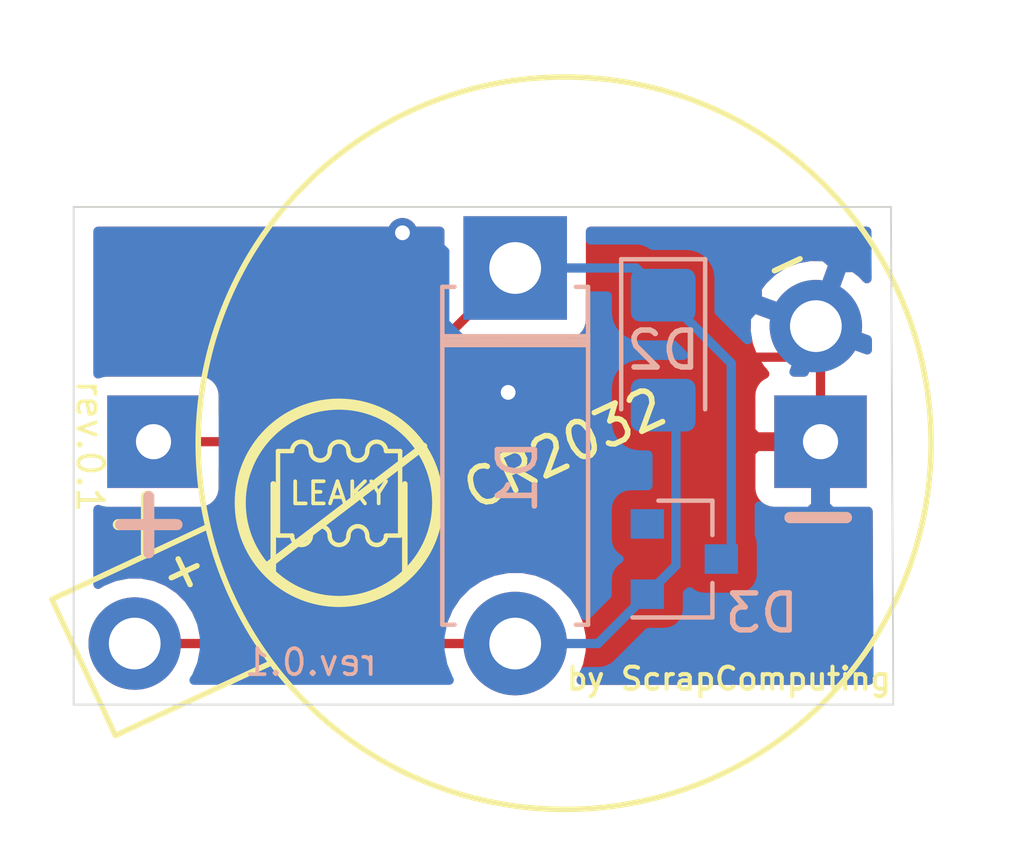
<source format=kicad_pcb>
(kicad_pcb (version 20171130) (host pcbnew 5.1.9+dfsg1-1+deb11u1)

  (general
    (thickness 1.6)
    (drawings 125)
    (tracks 29)
    (zones 0)
    (modules 5)
    (nets 4)
  )

  (page A4)
  (layers
    (0 F.Cu signal)
    (31 B.Cu signal)
    (32 B.Adhes user)
    (33 F.Adhes user)
    (34 B.Paste user)
    (35 F.Paste user)
    (36 B.SilkS user)
    (37 F.SilkS user)
    (38 B.Mask user)
    (39 F.Mask user)
    (40 Dwgs.User user)
    (41 Cmts.User user)
    (42 Eco1.User user)
    (43 Eco2.User user)
    (44 Edge.Cuts user)
    (45 Margin user)
    (46 B.CrtYd user)
    (47 F.CrtYd user)
    (48 B.Fab user)
    (49 F.Fab user)
  )

  (setup
    (last_trace_width 0.25)
    (user_trace_width 0.75)
    (user_trace_width 0.75)
    (user_trace_width 0.35)
    (trace_clearance 0.2)
    (zone_clearance 0.508)
    (zone_45_only no)
    (trace_min 0.2)
    (via_size 0.8)
    (via_drill 0.4)
    (via_min_size 0.4)
    (via_min_drill 0.3)
    (uvia_size 0.3)
    (uvia_drill 0.1)
    (uvias_allowed no)
    (uvia_min_size 0.2)
    (uvia_min_drill 0.1)
    (edge_width 0.05)
    (segment_width 0.2)
    (pcb_text_width 0.3)
    (pcb_text_size 1.5 1.5)
    (mod_edge_width 0.12)
    (mod_text_size 1 1)
    (mod_text_width 0.15)
    (pad_size 1.2 1.2)
    (pad_drill 0.8)
    (pad_to_mask_clearance 0)
    (aux_axis_origin 0 0)
    (visible_elements FFFFFF7F)
    (pcbplotparams
      (layerselection 0x010fc_ffffffff)
      (usegerberextensions false)
      (usegerberattributes true)
      (usegerberadvancedattributes true)
      (creategerberjobfile true)
      (excludeedgelayer true)
      (linewidth 0.100000)
      (plotframeref false)
      (viasonmask false)
      (mode 1)
      (useauxorigin false)
      (hpglpennumber 1)
      (hpglpenspeed 20)
      (hpglpendiameter 15.000000)
      (psnegative false)
      (psa4output false)
      (plotreference true)
      (plotvalue true)
      (plotinvisibletext false)
      (padsonsilk false)
      (subtractmaskfromsilk false)
      (outputformat 1)
      (mirror false)
      (drillshape 0)
      (scaleselection 1)
      (outputdirectory "gerbers/"))
  )

  (net 0 "")
  (net 1 "Net-(BarrelBattery1-Pad1)")
  (net 2 /GND)
  (net 3 /3V)

  (net_class Default "This is the default net class."
    (clearance 0.2)
    (trace_width 0.25)
    (via_dia 0.8)
    (via_drill 0.4)
    (uvia_dia 0.3)
    (uvia_drill 0.1)
    (add_net /3V)
    (add_net /GND)
    (add_net "Net-(BarrelBattery1-Pad1)")
  )

  (module HorizontalBarrelBatteryBlaster:CR2032_battery_holder (layer F.Cu) (tedit 648FF404) (tstamp 64A54E19)
    (at 213.614 75.2475 25)
    (path /63ADD5BE)
    (fp_text reference CR2032 (at 12.759159 0.13434 25) (layer F.SilkS)
      (effects (font (size 1 1) (thickness 0.15)))
    )
    (fp_text value CR2032 (at 13.97 -2.032 25) (layer F.Fab)
      (effects (font (size 1 1) (thickness 0.15)))
    )
    (fp_line (start -1.524 2.032) (end 3.048 2.032) (layer F.SilkS) (width 0.15))
    (fp_line (start -1.524 -2.032) (end 3.048 -2.032) (layer F.SilkS) (width 0.15))
    (fp_circle (center 12.826186 0) (end 22.732186 0.127) (layer F.SilkS) (width 0.15))
    (fp_line (start -1.524 -2.032) (end -1.524 2.032) (layer F.SilkS) (width 0.15))
    (fp_circle (center 13.716 0) (end 23.368 6.35) (layer F.CrtYd) (width 0.12))
    (fp_line (start 2.667 -3.302) (end -2.413 -3.302) (layer F.CrtYd) (width 0.12))
    (fp_line (start -2.413 -3.302) (end -2.413 3.175) (layer F.CrtYd) (width 0.12))
    (fp_line (start -2.413 3.175) (end 2.667 3.175) (layer F.CrtYd) (width 0.12))
    (fp_line (start 2.667 -3.302) (end 2.667 3.175) (layer F.CrtYd) (width 0.12))
    (fp_text user - (at 20.32 -1.905 25) (layer F.SilkS)
      (effects (font (size 1 1) (thickness 0.15)))
    )
    (fp_text user + (at 2.032 -1.27 25) (layer F.SilkS)
      (effects (font (size 1 1) (thickness 0.15)))
    )
    (pad 2 thru_hole circle (at 20.32 0 25) (size 2.5 2.5) (drill 1.4) (layers *.Cu *.Mask)
      (net 2 /GND))
    (pad 1 thru_hole circle (at 0 0 25) (size 2.5 2.5) (drill 1.4) (layers *.Cu *.Mask)
      (net 3 /3V))
  )

  (module HorizontalBarrelBatteryBlaster:BarrelBattery_pads (layer B.Cu) (tedit 64A49628) (tstamp 64A4A32F)
    (at 232.156 69.7865 180)
    (path /63AE9158)
    (fp_text reference BarrelBattery1 (at 15.4305 5.1435) (layer B.SilkS) hide
      (effects (font (size 1 1) (thickness 0.15)) (justify mirror))
    )
    (fp_text value BarrelBattery (at 8.636 3.683) (layer B.Fab)
      (effects (font (size 1 1) (thickness 0.15)) (justify mirror))
    )
    (fp_text user - (at 0.0635 -1.905) (layer B.SilkS)
      (effects (font (size 2 2) (thickness 0.3)) (justify mirror))
    )
    (fp_text user - (at 0.0635 -1.905) (layer F.SilkS)
      (effects (font (size 2 2) (thickness 0.3)))
    )
    (fp_text user + (at 18.2245 -2.0955) (layer F.SilkS)
      (effects (font (size 2 2) (thickness 0.3)))
    )
    (fp_text user + (at 18.161 -2.0955) (layer B.SilkS)
      (effects (font (size 2 2) (thickness 0.3)) (justify mirror))
    )
    (pad 1 thru_hole rect (at 18.034 0 180) (size 2.5 2.5) (drill 0.95) (layers *.Cu *.Mask)
      (net 1 "Net-(BarrelBattery1-Pad1)"))
    (pad 2 thru_hole rect (at 0 0 90) (size 2.5 2.5) (drill 0.95) (layers *.Cu *.Mask)
      (net 2 /GND))
  )

  (module Diode_SMD:D_SOT-23_ANK (layer B.Cu) (tedit 587CCEF9) (tstamp 64A55519)
    (at 228.473 72.9615)
    (descr "SOT-23, Single Diode")
    (tags SOT-23)
    (path /64A4BEDC)
    (attr smd)
    (fp_text reference D3 (at 2.0955 1.4605) (layer B.SilkS)
      (effects (font (size 1 1) (thickness 0.15)) (justify mirror))
    )
    (fp_text value D_Schottky (at 0 -2.5) (layer B.Fab)
      (effects (font (size 1 1) (thickness 0.15)) (justify mirror))
    )
    (fp_line (start -0.15 0.45) (end -0.4 0.45) (layer B.Fab) (width 0.1))
    (fp_line (start -0.15 0.25) (end 0.15 0.45) (layer B.Fab) (width 0.1))
    (fp_line (start -0.15 0.65) (end -0.15 0.25) (layer B.Fab) (width 0.1))
    (fp_line (start 0.15 0.45) (end -0.15 0.65) (layer B.Fab) (width 0.1))
    (fp_line (start 0.15 0.45) (end 0.4 0.45) (layer B.Fab) (width 0.1))
    (fp_line (start 0.15 0.65) (end 0.15 0.25) (layer B.Fab) (width 0.1))
    (fp_line (start 0.76 -1.58) (end 0.76 -0.65) (layer B.SilkS) (width 0.12))
    (fp_line (start 0.76 1.58) (end 0.76 0.65) (layer B.SilkS) (width 0.12))
    (fp_line (start 0.7 1.52) (end 0.7 -1.52) (layer B.Fab) (width 0.1))
    (fp_line (start -0.7 -1.52) (end 0.7 -1.52) (layer B.Fab) (width 0.1))
    (fp_line (start -1.7 1.75) (end 1.7 1.75) (layer B.CrtYd) (width 0.05))
    (fp_line (start 1.7 1.75) (end 1.7 -1.75) (layer B.CrtYd) (width 0.05))
    (fp_line (start 1.7 -1.75) (end -1.7 -1.75) (layer B.CrtYd) (width 0.05))
    (fp_line (start -1.7 -1.75) (end -1.7 1.75) (layer B.CrtYd) (width 0.05))
    (fp_line (start 0.76 1.58) (end -1.4 1.58) (layer B.SilkS) (width 0.12))
    (fp_line (start -0.7 1.52) (end 0.7 1.52) (layer B.Fab) (width 0.1))
    (fp_line (start -0.7 1.52) (end -0.7 -1.52) (layer B.Fab) (width 0.1))
    (fp_line (start 0.76 -1.58) (end -0.7 -1.58) (layer B.SilkS) (width 0.12))
    (fp_text user %R (at 0 2.5) (layer B.Fab)
      (effects (font (size 1 1) (thickness 0.15)) (justify mirror))
    )
    (pad 1 smd rect (at 1 0) (size 0.9 0.8) (layers B.Cu B.Paste B.Mask)
      (net 1 "Net-(BarrelBattery1-Pad1)"))
    (pad "" smd rect (at -1 -0.95) (size 0.9 0.8) (layers B.Cu B.Paste B.Mask))
    (pad 2 smd rect (at -1 0.95) (size 0.9 0.8) (layers B.Cu B.Paste B.Mask)
      (net 3 /3V))
    (model ${KISYS3DMOD}/Diode_SMD.3dshapes/D_SOT-23.wrl
      (at (xyz 0 0 0))
      (scale (xyz 1 1 1))
      (rotate (xyz 0 0 0))
    )
  )

  (module Diode_SMD:D_1206_3216Metric_Pad1.42x1.75mm_HandSolder (layer B.Cu) (tedit 5F68FEF0) (tstamp 64A4EDD9)
    (at 227.9015 67.31 270)
    (descr "Diode SMD 1206 (3216 Metric), square (rectangular) end terminal, IPC_7351 nominal, (Body size source: http://www.tortai-tech.com/upload/download/2011102023233369053.pdf), generated with kicad-footprint-generator")
    (tags "diode handsolder")
    (path /64A49866)
    (attr smd)
    (fp_text reference D2 (at 0 0 180) (layer B.SilkS)
      (effects (font (size 1 1) (thickness 0.15)) (justify mirror))
    )
    (fp_text value D_Schottky (at 0 -1.82 90) (layer B.Fab)
      (effects (font (size 1 1) (thickness 0.15)) (justify mirror))
    )
    (fp_line (start 1.6 0.8) (end -1.2 0.8) (layer B.Fab) (width 0.1))
    (fp_line (start -1.2 0.8) (end -1.6 0.4) (layer B.Fab) (width 0.1))
    (fp_line (start -1.6 0.4) (end -1.6 -0.8) (layer B.Fab) (width 0.1))
    (fp_line (start -1.6 -0.8) (end 1.6 -0.8) (layer B.Fab) (width 0.1))
    (fp_line (start 1.6 -0.8) (end 1.6 0.8) (layer B.Fab) (width 0.1))
    (fp_line (start 1.6 1.135) (end -2.46 1.135) (layer B.SilkS) (width 0.12))
    (fp_line (start -2.46 1.135) (end -2.46 -1.135) (layer B.SilkS) (width 0.12))
    (fp_line (start -2.46 -1.135) (end 1.6 -1.135) (layer B.SilkS) (width 0.12))
    (fp_line (start -2.45 -1.12) (end -2.45 1.12) (layer B.CrtYd) (width 0.05))
    (fp_line (start -2.45 1.12) (end 2.45 1.12) (layer B.CrtYd) (width 0.05))
    (fp_line (start 2.45 1.12) (end 2.45 -1.12) (layer B.CrtYd) (width 0.05))
    (fp_line (start 2.45 -1.12) (end -2.45 -1.12) (layer B.CrtYd) (width 0.05))
    (fp_text user %R (at 0 0 90) (layer B.Fab)
      (effects (font (size 0.8 0.8) (thickness 0.12)) (justify mirror))
    )
    (pad 2 smd roundrect (at 1.4875 0 270) (size 1.425 1.75) (layers B.Cu B.Paste B.Mask) (roundrect_rratio 0.175439)
      (net 3 /3V))
    (pad 1 smd roundrect (at -1.4875 0 270) (size 1.425 1.75) (layers B.Cu B.Paste B.Mask) (roundrect_rratio 0.175439)
      (net 1 "Net-(BarrelBattery1-Pad1)"))
    (model ${KISYS3DMOD}/Diode_SMD.3dshapes/D_1206_3216Metric.wrl
      (at (xyz 0 0 0))
      (scale (xyz 1 1 1))
      (rotate (xyz 0 0 0))
    )
  )

  (module Diode_THT:D_5W_P10.16mm_Horizontal (layer B.Cu) (tedit 5AE50CD5) (tstamp 63AD55A7)
    (at 223.901 65.0875 270)
    (descr "Diode, 5W series, Axial, Horizontal, pin pitch=10.16mm, , length*diameter=8.9*3.7mm^2, , http://www.diodes.com/_files/packages/8686949.gif")
    (tags "Diode 5W series Axial Horizontal pin pitch 10.16mm  length 8.9mm diameter 3.7mm")
    (path /63AE5684)
    (fp_text reference D1 (at 5.6515 -0.0635 90) (layer B.SilkS)
      (effects (font (size 1 1) (thickness 0.15)) (justify mirror))
    )
    (fp_text value D_Schottky (at 5.08 -2.97 90) (layer B.Fab)
      (effects (font (size 1 1) (thickness 0.15)) (justify mirror))
    )
    (fp_line (start 0.63 1.85) (end 0.63 -1.85) (layer B.Fab) (width 0.1))
    (fp_line (start 0.63 -1.85) (end 9.53 -1.85) (layer B.Fab) (width 0.1))
    (fp_line (start 9.53 -1.85) (end 9.53 1.85) (layer B.Fab) (width 0.1))
    (fp_line (start 9.53 1.85) (end 0.63 1.85) (layer B.Fab) (width 0.1))
    (fp_line (start 0 0) (end 0.63 0) (layer B.Fab) (width 0.1))
    (fp_line (start 10.16 0) (end 9.53 0) (layer B.Fab) (width 0.1))
    (fp_line (start 1.965 1.85) (end 1.965 -1.85) (layer B.Fab) (width 0.1))
    (fp_line (start 2.065 1.85) (end 2.065 -1.85) (layer B.Fab) (width 0.1))
    (fp_line (start 1.865 1.85) (end 1.865 -1.85) (layer B.Fab) (width 0.1))
    (fp_line (start 0.51 1.64) (end 0.51 1.97) (layer B.SilkS) (width 0.12))
    (fp_line (start 0.51 1.97) (end 9.65 1.97) (layer B.SilkS) (width 0.12))
    (fp_line (start 9.65 1.97) (end 9.65 1.64) (layer B.SilkS) (width 0.12))
    (fp_line (start 0.51 -1.64) (end 0.51 -1.97) (layer B.SilkS) (width 0.12))
    (fp_line (start 0.51 -1.97) (end 9.65 -1.97) (layer B.SilkS) (width 0.12))
    (fp_line (start 9.65 -1.97) (end 9.65 -1.64) (layer B.SilkS) (width 0.12))
    (fp_line (start 1.965 1.97) (end 1.965 -1.97) (layer B.SilkS) (width 0.12))
    (fp_line (start 2.085 1.97) (end 2.085 -1.97) (layer B.SilkS) (width 0.12))
    (fp_line (start 1.845 1.97) (end 1.845 -1.97) (layer B.SilkS) (width 0.12))
    (fp_line (start -1.65 2.1) (end -1.65 -2.1) (layer B.CrtYd) (width 0.05))
    (fp_line (start -1.65 -2.1) (end 11.81 -2.1) (layer B.CrtYd) (width 0.05))
    (fp_line (start 11.81 -2.1) (end 11.81 2.1) (layer B.CrtYd) (width 0.05))
    (fp_line (start 11.81 2.1) (end -1.65 2.1) (layer B.CrtYd) (width 0.05))
    (fp_text user K (at 0 2.4 90) (layer B.SilkS) hide
      (effects (font (size 1 1) (thickness 0.15)) (justify mirror))
    )
    (fp_text user K (at 0 2.4 90) (layer B.Fab)
      (effects (font (size 1 1) (thickness 0.15)) (justify mirror))
    )
    (fp_text user %R (at 5.7475 0 90) (layer B.Fab)
      (effects (font (size 1 1) (thickness 0.15)) (justify mirror))
    )
    (pad 2 thru_hole oval (at 10.16 0 270) (size 2.8 2.8) (drill 1.4) (layers *.Cu *.Mask)
      (net 3 /3V))
    (pad 1 thru_hole rect (at 0 0 270) (size 2.8 2.8) (drill 1.4) (layers *.Cu *.Mask)
      (net 1 "Net-(BarrelBattery1-Pad1)"))
    (model ${KISYS3DMOD}/Diode_THT.3dshapes/D_5W_P10.16mm_Horizontal.wrl
      (at (xyz 0 0 0))
      (scale (xyz 1 1 1))
      (rotate (xyz 0 0 0))
    )
  )

  (gr_line (start 212.9663 64.6938) (end 212.6488 65.0113) (layer B.Mask) (width 0.12) (tstamp 64A49EAE))
  (gr_line (start 214.6808 64.1223) (end 214.1728 64.1858) (layer B.Mask) (width 0.12) (tstamp 64A49EAD))
  (gr_line (start 214.4268 65.5828) (end 214.1728 65.7098) (layer B.Mask) (width 0.0692) (tstamp 64A49EAC))
  (gr_line (start 215.1888 64.3128) (end 214.6808 64.1223) (layer B.Mask) (width 0.12) (tstamp 64A49EAB))
  (gr_line (start 213.9188 64.8843) (end 213.6013 65.0113) (layer B.Mask) (width 0.12) (tstamp 64A49EAA))
  (gr_line (start 214.5538 65.9003) (end 214.6808 65.8368) (layer B.Mask) (width 0.0692) (tstamp 64A49EA9))
  (gr_line (start 214.6808 65.8368) (end 214.3633 65.7733) (layer B.Mask) (width 0.0692) (tstamp 64A49EA8))
  (gr_line (start 213.7918 66.0273) (end 213.9823 66.2178) (layer B.Mask) (width 0.0692) (tstamp 64A49EA7))
  (gr_line (start 213.7918 66.0908) (end 213.7918 66.0273) (layer B.Mask) (width 0.0692) (tstamp 64A49EA6))
  (gr_text "Scrap Computing" (at 214.0204 66.67754) (layer B.Mask) (tstamp 64A49EA5)
    (effects (font (size 0.14656 0.14656) (thickness 0.03156)) (justify mirror))
  )
  (gr_line (start 213.6013 65.3923) (end 213.6648 65.4558) (layer B.Mask) (width 0.0692) (tstamp 64A49EA4))
  (gr_line (start 213.6648 65.4558) (end 213.8553 65.3288) (layer B.Mask) (width 0.0692) (tstamp 64A49EA3))
  (gr_line (start 214.1728 65.9638) (end 214.2998 65.9638) (layer B.Mask) (width 0.0692) (tstamp 64A49EA2))
  (gr_line (start 214.1093 66.1543) (end 214.1093 66.3448) (layer B.Mask) (width 0.0692) (tstamp 64A49EA1))
  (gr_line (start 213.1568 64.9478) (end 212.9663 64.5668) (layer B.Mask) (width 0.12) (tstamp 64A49EA0))
  (gr_line (start 212.9663 64.5668) (end 213.6648 64.2493) (layer B.Mask) (width 0.12) (tstamp 64A49E9F))
  (gr_line (start 213.0298 66.9163) (end 212.6488 65.0748) (layer B.Mask) (width 0.0946) (tstamp 64A49E9E))
  (gr_line (start 213.7283 65.8368) (end 213.6013 66.0908) (layer B.Mask) (width 0.0692) (tstamp 64A49E9D))
  (gr_line (start 214.2363 65.3288) (end 214.4268 65.5828) (layer B.Mask) (width 0.0692) (tstamp 64A49E9C))
  (gr_line (start 213.4743 65.7098) (end 213.7283 65.8368) (layer B.Mask) (width 0.0692) (tstamp 64A49E9B))
  (gr_line (start 214.1093 66.3448) (end 214.4903 66.3448) (layer B.Mask) (width 0.0692) (tstamp 64A49E9A))
  (gr_line (start 214.2998 65.9638) (end 214.3633 66.1543) (layer B.Mask) (width 0.0692) (tstamp 64A49E99))
  (gr_line (start 213.6648 64.2493) (end 213.9823 64.4398) (layer B.Mask) (width 0.12) (tstamp 64A49E98))
  (gr_line (start 213.7918 66.4718) (end 213.7918 66.3448) (layer B.Mask) (width 0.0692) (tstamp 64A49E97))
  (gr_line (start 214.4903 66.3448) (end 214.6173 66.1543) (layer B.Mask) (width 0.0692) (tstamp 64A49E96))
  (gr_line (start 213.9823 66.2178) (end 213.7918 66.4718) (layer B.Mask) (width 0.0692) (tstamp 64A49E95))
  (gr_line (start 215.3793 65.0113) (end 212.6488 65.0113) (layer B.Mask) (width 0.12) (tstamp 64A49E94))
  (gr_line (start 213.3473 65.9638) (end 213.4743 65.7098) (layer B.Mask) (width 0.0692) (tstamp 64A49E93))
  (gr_line (start 214.1728 64.1858) (end 213.8553 65.0113) (layer B.Mask) (width 0.12) (tstamp 64A49E92))
  (gr_line (start 215.3793 65.0748) (end 214.9983 66.9163) (layer B.Mask) (width 0.0946) (tstamp 64A49E91))
  (gr_line (start 215.3793 65.0113) (end 214.9983 64.7573) (layer B.Mask) (width 0.12) (tstamp 64A49E90))
  (gr_line (start 214.0458 65.5193) (end 213.8553 65.6463) (layer B.Mask) (width 0.0692) (tstamp 64A49E8F))
  (gr_line (start 214.6173 66.1543) (end 214.5538 65.9003) (layer B.Mask) (width 0.0692) (tstamp 64A49E8E))
  (gr_line (start 213.9188 65.7098) (end 213.6648 65.6463) (layer B.Mask) (width 0.0692) (tstamp 64A49E8D))
  (gr_line (start 213.6648 65.6463) (end 213.6013 65.3923) (layer B.Mask) (width 0.0692) (tstamp 64A49E8C))
  (gr_line (start 214.1728 65.7098) (end 214.0458 65.5193) (layer B.Mask) (width 0.0692) (tstamp 64A49E8B))
  (gr_line (start 213.5378 66.3448) (end 213.3473 65.9638) (layer B.Mask) (width 0.0692) (tstamp 64A49E8A))
  (gr_line (start 214.3633 66.1543) (end 214.1093 66.1543) (layer B.Mask) (width 0.0692) (tstamp 64A49E89))
  (gr_line (start 214.6808 64.1223) (end 214.2998 65.0113) (layer B.Mask) (width 0.12) (tstamp 64A49E88))
  (gr_line (start 213.7918 66.3448) (end 213.5378 66.3448) (layer B.Mask) (width 0.0692) (tstamp 64A49E87))
  (gr_line (start 213.8553 65.3288) (end 214.2363 65.3288) (layer B.Mask) (width 0.0692) (tstamp 64A49E86))
  (gr_line (start 214.3633 65.7733) (end 214.1728 65.9638) (layer B.Mask) (width 0.0692) (tstamp 64A49E85))
  (gr_line (start 214.8713 65.0113) (end 215.1888 64.3128) (layer B.Mask) (width 0.12) (tstamp 64A49E84))
  (gr_line (start 213.6648 64.2493) (end 213.9188 64.7573) (layer B.Mask) (width 0.12) (tstamp 64A49E83))
  (gr_line (start 213.8553 65.6463) (end 213.9188 65.7098) (layer B.Mask) (width 0.0692) (tstamp 64A49E82))
  (gr_line (start 213.6013 66.0908) (end 213.7918 66.0908) (layer B.Mask) (width 0.0692) (tstamp 64A49E81))
  (gr_line (start 214.9983 66.9163) (end 213.0298 66.9163) (layer B.Mask) (width 0.0946) (tstamp 64A49E80))
  (gr_text rev.0.1 (at 218.3765 75.7555) (layer B.SilkS) (tstamp 64A55610)
    (effects (font (size 0.7 0.7) (thickness 0.1)) (justify mirror))
  )
  (gr_text "Horizontal\nBarrel\nBattery\nBlaster" (at 221.615 69.469) (layer B.Mask) (tstamp 64A5560A)
    (effects (font (size 0.8 0.8) (thickness 0.11)) (justify left mirror))
  )
  (gr_text "by ScrapComputing" (at 229.6795 76.2) (layer F.SilkS) (tstamp 64A555FD)
    (effects (font (size 0.6 0.6) (thickness 0.11)))
  )
  (gr_line (start 211.963 76.8985) (end 211.963 63.4365) (layer Edge.Cuts) (width 0.05))
  (gr_line (start 234.1245 76.8985) (end 211.963 76.8985) (layer Edge.Cuts) (width 0.05))
  (gr_line (start 234.061 63.4365) (end 234.1245 76.8985) (layer Edge.Cuts) (width 0.05) (tstamp 64A55250))
  (gr_line (start 211.963 63.4365) (end 234.061 63.4365) (layer Edge.Cuts) (width 0.05))
  (gr_circle (center 219.136293 71.439707) (end 221.8055 71.439707) (layer F.SilkS) (width 0.3))
  (gr_line (start 217.1065 73.2155) (end 221.4245 69.9135) (layer F.SilkS) (width 0.2))
  (gr_text LEAKY (at 219.1385 71.1835) (layer F.SilkS)
    (effects (font (size 0.6 0.6) (thickness 0.1)))
  )
  (gr_arc (start 219.6465 72.3265) (end 219.9005 72.3265) (angle -180) (layer F.SilkS) (width 0.12) (tstamp 63AD5BE1))
  (gr_line (start 217.8685 72.3265) (end 217.4875 72.3265) (layer F.SilkS) (width 0.12) (tstamp 63AD5BE0))
  (gr_arc (start 218.6305 72.3265) (end 218.8845 72.3265) (angle -180) (layer F.SilkS) (width 0.12) (tstamp 63AD5BDF))
  (gr_line (start 220.7895 72.3265) (end 220.4085 72.3265) (layer F.SilkS) (width 0.12) (tstamp 63AD5BDE))
  (gr_arc (start 219.1385 72.3265) (end 218.8845 72.3265) (angle -180) (layer F.SilkS) (width 0.12) (tstamp 63AD5BDD))
  (gr_arc (start 218.1225 72.3265) (end 217.8685 72.3265) (angle -180) (layer F.SilkS) (width 0.12) (tstamp 63AD5BDC))
  (gr_arc (start 220.1545 72.3265) (end 219.9005 72.3265) (angle -180) (layer F.SilkS) (width 0.12) (tstamp 63AD5BDB))
  (gr_arc (start 219.6465 70.0405) (end 219.3925 70.0405) (angle -180) (layer F.SilkS) (width 0.12) (tstamp 63AD5BCE))
  (gr_arc (start 218.6305 70.0405) (end 218.3765 70.0405) (angle -180) (layer F.SilkS) (width 0.12) (tstamp 63AD5BC3))
  (gr_line (start 220.9165 73.3425) (end 220.9165 70.9295) (layer F.SilkS) (width 0.15) (tstamp 63AD5BB0))
  (gr_line (start 220.7895 72.3265) (end 220.7895 70.0405) (layer F.SilkS) (width 0.12) (tstamp 63AD5BAD))
  (gr_arc (start 220.1545 70.0405) (end 220.4085 70.0405) (angle -180) (layer F.SilkS) (width 0.12) (tstamp 63AD5B6A))
  (gr_line (start 220.4085 70.0405) (end 220.7895 70.0405) (layer F.SilkS) (width 0.12) (tstamp 63AD5B69))
  (gr_arc (start 219.1385 70.0405) (end 219.3925 70.0405) (angle -180) (layer F.SilkS) (width 0.12) (tstamp 63AD5B6A))
  (gr_arc (start 218.1225 70.0405) (end 218.3765 70.0405) (angle -180) (layer F.SilkS) (width 0.12))
  (gr_line (start 217.4875 70.0405) (end 217.8685 70.0405) (layer F.SilkS) (width 0.12))
  (gr_line (start 217.4875 72.3265) (end 217.4875 70.0405) (layer F.SilkS) (width 0.12))
  (gr_line (start 217.3605 73.3425) (end 217.3605 70.9295) (layer F.SilkS) (width 0.15))
  (gr_text rev.0.1 (at 212.4075 69.9135 -90) (layer F.SilkS) (tstamp 64A4A459)
    (effects (font (size 0.7 0.7) (thickness 0.1)))
  )
  (gr_text "Horizontal\nBarrel\nBattery\nBlaster" (at 216.8525 66.3575) (layer F.Mask) (tstamp 63AD5642)
    (effects (font (size 0.6 0.6) (thickness 0.09)) (justify left))
  )
  (gr_text "by ScrapComputing" (at 217.297 73.025) (layer B.Mask)
    (effects (font (size 0.6 0.6) (thickness 0.11)) (justify mirror))
  )
  (gr_line (start 213.4997 66.2813) (end 213.3727 66.0908) (layer F.Mask) (width 0.0692) (tstamp 649A5C3D))
  (gr_line (start 214.3252 65.3923) (end 214.1347 65.2653) (layer F.Mask) (width 0.0692) (tstamp 649A5C3C))
  (gr_line (start 214.0712 64.8208) (end 214.3887 64.9478) (layer F.Mask) (width 0.12) (tstamp 649A5C3B))
  (gr_line (start 212.8012 64.2493) (end 213.3092 64.0588) (layer F.Mask) (width 0.12) (tstamp 649A5C3A))
  (gr_line (start 213.5632 65.5193) (end 213.8172 65.6463) (layer F.Mask) (width 0.0692) (tstamp 649A5C39))
  (gr_line (start 213.3092 64.0588) (end 213.8172 64.1223) (layer F.Mask) (width 0.12) (tstamp 649A5C38))
  (gr_line (start 213.8807 66.0908) (end 213.8807 66.2813) (layer F.Mask) (width 0.0692) (tstamp 649A5C37))
  (gr_line (start 214.8332 64.8843) (end 215.0237 64.5033) (layer F.Mask) (width 0.12) (tstamp 649A5C36))
  (gr_line (start 213.8172 64.1223) (end 214.1347 64.9478) (layer F.Mask) (width 0.12) (tstamp 649A5C35))
  (gr_line (start 212.6107 64.9478) (end 215.3412 64.9478) (layer F.Mask) (width 0.12) (tstamp 649A5C34))
  (gr_line (start 214.3887 65.3288) (end 214.3252 65.3923) (layer F.Mask) (width 0.0692) (tstamp 649A5C33))
  (gr_line (start 214.9602 66.8528) (end 215.3412 65.0113) (layer F.Mask) (width 0.0946) (tstamp 649A5C32))
  (gr_line (start 213.9442 65.4558) (end 214.1347 65.5828) (layer F.Mask) (width 0.0692) (tstamp 649A5C31))
  (gr_line (start 213.6267 66.0908) (end 213.8807 66.0908) (layer F.Mask) (width 0.0692) (tstamp 649A5C30))
  (gr_line (start 214.1982 66.4083) (end 214.1982 66.2813) (layer F.Mask) (width 0.0692) (tstamp 649A5C2F))
  (gr_line (start 214.1982 66.2813) (end 214.4522 66.2813) (layer F.Mask) (width 0.0692) (tstamp 649A5C2E))
  (gr_line (start 213.6267 65.7098) (end 213.8172 65.9003) (layer F.Mask) (width 0.0692) (tstamp 649A5C2D))
  (gr_line (start 215.0237 64.6303) (end 215.3412 64.9478) (layer F.Mask) (width 0.12) (tstamp 649A5C2C))
  (gr_line (start 215.0237 64.5033) (end 214.3252 64.1858) (layer F.Mask) (width 0.12) (tstamp 649A5C2B))
  (gr_line (start 214.0077 66.1543) (end 214.1982 66.4083) (layer F.Mask) (width 0.0692) (tstamp 649A5C2A))
  (gr_line (start 214.1982 66.0273) (end 214.1982 65.9638) (layer F.Mask) (width 0.0692) (tstamp 649A5C29))
  (gr_line (start 213.3092 64.0588) (end 213.6902 64.9478) (layer F.Mask) (width 0.12) (tstamp 649A5C28))
  (gr_line (start 212.6107 65.0113) (end 212.9917 66.8528) (layer F.Mask) (width 0.0946) (tstamp 649A5C27))
  (gr_line (start 214.4522 66.2813) (end 214.6427 65.9003) (layer F.Mask) (width 0.0692) (tstamp 649A5C26))
  (gr_line (start 212.9917 66.8528) (end 214.9602 66.8528) (layer F.Mask) (width 0.0946) (tstamp 649A5C25))
  (gr_line (start 213.8172 65.6463) (end 213.9442 65.4558) (layer F.Mask) (width 0.0692) (tstamp 649A5C24))
  (gr_line (start 214.3252 65.5828) (end 214.3887 65.3288) (layer F.Mask) (width 0.0692) (tstamp 649A5C23))
  (gr_line (start 214.3252 64.1858) (end 214.0077 64.3763) (layer F.Mask) (width 0.12) (tstamp 649A5C22))
  (gr_line (start 214.3252 64.1858) (end 214.0712 64.6938) (layer F.Mask) (width 0.12) (tstamp 649A5C21))
  (gr_line (start 214.5157 65.6463) (end 214.2617 65.7733) (layer F.Mask) (width 0.0692) (tstamp 649A5C20))
  (gr_line (start 213.3727 66.0908) (end 213.4362 65.8368) (layer F.Mask) (width 0.0692) (tstamp 649A5C1F))
  (gr_line (start 213.8807 66.2813) (end 213.4997 66.2813) (layer F.Mask) (width 0.0692) (tstamp 649A5C1E))
  (gr_line (start 214.1982 65.9638) (end 214.0077 66.1543) (layer F.Mask) (width 0.0692) (tstamp 649A5C1D))
  (gr_line (start 214.0712 65.6463) (end 214.3252 65.5828) (layer F.Mask) (width 0.0692) (tstamp 649A5C1C))
  (gr_line (start 213.6902 65.9003) (end 213.6267 66.0908) (layer F.Mask) (width 0.0692) (tstamp 649A5C1B))
  (gr_line (start 212.6107 64.9478) (end 212.9917 64.6938) (layer F.Mask) (width 0.12) (tstamp 649A5C1A))
  (gr_line (start 214.1347 65.5828) (end 214.0712 65.6463) (layer F.Mask) (width 0.0692) (tstamp 649A5C19))
  (gr_line (start 213.8172 65.9003) (end 213.6902 65.9003) (layer F.Mask) (width 0.0692) (tstamp 649A5C18))
  (gr_line (start 214.3887 66.0273) (end 214.1982 66.0273) (layer F.Mask) (width 0.0692) (tstamp 649A5C17))
  (gr_text "Scrap Computing" (at 213.9696 66.61404) (layer F.Mask) (tstamp 649A5C16)
    (effects (font (size 0.14656 0.14656) (thickness 0.03156)))
  )
  (gr_line (start 214.2617 65.7733) (end 214.3887 66.0273) (layer F.Mask) (width 0.0692) (tstamp 649A5C15))
  (gr_line (start 213.7537 65.2653) (end 213.5632 65.5193) (layer F.Mask) (width 0.0692) (tstamp 649A5C14))
  (gr_line (start 213.4362 65.8368) (end 213.3092 65.7733) (layer F.Mask) (width 0.0692) (tstamp 649A5C13))
  (gr_line (start 213.3092 65.7733) (end 213.6267 65.7098) (layer F.Mask) (width 0.0692) (tstamp 649A5C12))
  (gr_line (start 213.1187 64.9478) (end 212.8012 64.2493) (layer F.Mask) (width 0.12) (tstamp 649A5C11))
  (gr_line (start 214.6427 65.9003) (end 214.5157 65.6463) (layer F.Mask) (width 0.0692) (tstamp 649A5C10))
  (gr_line (start 214.1347 65.2653) (end 213.7537 65.2653) (layer F.Mask) (width 0.0692) (tstamp 649A5C0F))

  (segment (start 226.137 75.2475) (end 227.473 73.9115) (width 0.25) (layer B.Cu) (net 3))
  (segment (start 223.901 75.2475) (end 226.137 75.2475) (width 0.25) (layer B.Cu) (net 3))
  (segment (start 228.248001 69.144001) (end 227.9015 68.7975) (width 0.25) (layer B.Cu) (net 3))
  (segment (start 228.248001 73.136499) (end 228.248001 69.144001) (width 0.25) (layer B.Cu) (net 3))
  (segment (start 227.473 73.9115) (end 228.248001 73.136499) (width 0.25) (layer B.Cu) (net 3))
  (segment (start 219.202 69.7865) (end 223.901 65.0875) (width 0.25) (layer F.Cu) (net 1))
  (segment (start 214.122 69.7865) (end 219.202 69.7865) (width 0.25) (layer F.Cu) (net 1))
  (segment (start 227.1665 65.0875) (end 227.9015 65.8225) (width 0.25) (layer B.Cu) (net 1))
  (segment (start 223.901 65.0875) (end 227.1665 65.0875) (width 0.25) (layer B.Cu) (net 1))
  (segment (start 227.9015 65.8225) (end 229.743 67.664) (width 0.25) (layer B.Cu) (net 1))
  (segment (start 229.743 72.6915) (end 229.473 72.9615) (width 0.25) (layer B.Cu) (net 1))
  (segment (start 229.743 67.664) (end 229.743 72.6915) (width 0.25) (layer B.Cu) (net 1))
  (segment (start 232.156 66.785723) (end 232.030174 66.659897) (width 0.25) (layer F.Cu) (net 2))
  (segment (start 232.156 69.7865) (end 232.156 66.785723) (width 0.25) (layer F.Cu) (net 2))
  (segment (start 232.030174 66.659897) (end 231.189571 67.5005) (width 0.25) (layer F.Cu) (net 2))
  (segment (start 231.189571 67.5005) (end 224.663 67.5005) (width 0.25) (layer F.Cu) (net 2))
  (segment (start 224.663 67.5005) (end 223.7105 68.453) (width 0.25) (layer F.Cu) (net 2))
  (segment (start 223.7105 68.453) (end 223.7105 68.453) (width 0.25) (layer F.Cu) (net 2) (tstamp 64A4A17A))
  (via (at 223.7105 68.453) (size 0.8) (drill 0.4) (layers F.Cu B.Cu) (net 2))
  (segment (start 223.7105 68.453) (end 223.7105 67.818) (width 0.25) (layer B.Cu) (net 2))
  (segment (start 223.7105 67.818) (end 223.7105 67.1195) (width 0.25) (layer B.Cu) (net 2))
  (segment (start 222.547998 67.1195) (end 221.996 66.567502) (width 0.25) (layer B.Cu) (net 2))
  (segment (start 223.7105 67.1195) (end 222.547998 67.1195) (width 0.25) (layer B.Cu) (net 2))
  (segment (start 221.996 66.567502) (end 221.996 64.643) (width 0.25) (layer B.Cu) (net 2))
  (segment (start 221.996 64.643) (end 221.488 64.135) (width 0.25) (layer B.Cu) (net 2))
  (segment (start 221.488 64.135) (end 220.853 64.135) (width 0.25) (layer B.Cu) (net 2))
  (segment (start 220.853 64.135) (end 220.853 64.135) (width 0.25) (layer B.Cu) (net 2) (tstamp 64A4A17E))
  (via (at 220.853 64.135) (size 0.8) (drill 0.4) (layers F.Cu B.Cu) (net 2))
  (segment (start 213.614 75.2475) (end 223.901 75.2475) (width 0.25) (layer F.Cu) (net 3))

  (zone (net 2) (net_name /GND) (layer F.Cu) (tstamp 0) (hatch edge 0.508)
    (connect_pads (clearance 0.508))
    (min_thickness 0.254)
    (fill yes (arc_segments 32) (thermal_gap 0.508) (thermal_bridge_width 0.508))
    (polygon
      (pts
        (xy 234.1245 76.962) (xy 211.8995 76.962) (xy 211.963 63.4365) (xy 234.1245 63.4365)
      )
    )
    (filled_polygon
      (pts
        (xy 233.41014 65.375676) (xy 233.27047 65.228337) (xy 233.057473 65.06856) (xy 232.741455 65.076991) (xy 232.192952 66.583993)
        (xy 233.417943 67.029853) (xy 233.41922 67.300619) (xy 232.525055 66.97517) (xy 232.223923 66.674038) (xy 232.044315 66.853646)
        (xy 232.081332 66.890663) (xy 231.7136 67.901001) (xy 231.443612 67.900141) (xy 231.714901 67.154778) (xy 232.016033 66.853646)
        (xy 231.836425 66.674038) (xy 231.799408 66.711055) (xy 230.360395 66.187298) (xy 230.150804 66.423962) (xy 230.140887 66.795142)
        (xy 230.203574 67.161125) (xy 230.336456 67.507846) (xy 230.534426 67.82198) (xy 230.609397 67.901066) (xy 230.601459 67.909004)
        (xy 230.647244 67.954789) (xy 230.551506 68.005963) (xy 230.454815 68.085315) (xy 230.375463 68.182006) (xy 230.316498 68.29232)
        (xy 230.280188 68.412018) (xy 230.267928 68.5365) (xy 230.271 69.50075) (xy 230.42975 69.6595) (xy 232.029 69.6595)
        (xy 232.029 69.6395) (xy 232.283 69.6395) (xy 232.283 69.6595) (xy 232.303 69.6595) (xy 232.303 69.9135)
        (xy 232.283 69.9135) (xy 232.283 71.51275) (xy 232.44175 71.6715) (xy 233.406 71.674572) (xy 233.439836 71.67124)
        (xy 233.46138 76.2385) (xy 225.686308 76.2385) (xy 225.704393 76.211434) (xy 225.857796 75.841087) (xy 225.936 75.44793)
        (xy 225.936 75.04707) (xy 225.857796 74.653913) (xy 225.704393 74.283566) (xy 225.481687 73.950263) (xy 225.198237 73.666813)
        (xy 224.864934 73.444107) (xy 224.494587 73.290704) (xy 224.10143 73.2125) (xy 223.70057 73.2125) (xy 223.307413 73.290704)
        (xy 222.937066 73.444107) (xy 222.603763 73.666813) (xy 222.320313 73.950263) (xy 222.097607 74.283566) (xy 222.013135 74.4875)
        (xy 215.339507 74.4875) (xy 215.284466 74.354618) (xy 215.078175 74.045882) (xy 214.815618 73.783325) (xy 214.506882 73.577034)
        (xy 214.163834 73.434939) (xy 213.799656 73.3625) (xy 213.428344 73.3625) (xy 213.064166 73.434939) (xy 212.721118 73.577034)
        (xy 212.623 73.642594) (xy 212.623 71.623426) (xy 212.62782 71.626002) (xy 212.747518 71.662312) (xy 212.872 71.674572)
        (xy 215.372 71.674572) (xy 215.496482 71.662312) (xy 215.61618 71.626002) (xy 215.726494 71.567037) (xy 215.823185 71.487685)
        (xy 215.902537 71.390994) (xy 215.961502 71.28068) (xy 215.997812 71.160982) (xy 216.010072 71.0365) (xy 230.267928 71.0365)
        (xy 230.280188 71.160982) (xy 230.316498 71.28068) (xy 230.375463 71.390994) (xy 230.454815 71.487685) (xy 230.551506 71.567037)
        (xy 230.66182 71.626002) (xy 230.781518 71.662312) (xy 230.906 71.674572) (xy 231.87025 71.6715) (xy 232.029 71.51275)
        (xy 232.029 69.9135) (xy 230.42975 69.9135) (xy 230.271 70.07225) (xy 230.267928 71.0365) (xy 216.010072 71.0365)
        (xy 216.010072 70.5465) (xy 219.164678 70.5465) (xy 219.202 70.550176) (xy 219.239322 70.5465) (xy 219.239333 70.5465)
        (xy 219.350986 70.535503) (xy 219.494247 70.492046) (xy 219.626276 70.421474) (xy 219.742001 70.326501) (xy 219.765804 70.297497)
        (xy 222.93773 67.125572) (xy 225.301 67.125572) (xy 225.425482 67.113312) (xy 225.54518 67.077002) (xy 225.655494 67.018037)
        (xy 225.752185 66.938685) (xy 225.831537 66.841994) (xy 225.890502 66.73168) (xy 225.926812 66.611982) (xy 225.939072 66.4875)
        (xy 225.939072 65.632598) (xy 230.438837 65.632598) (xy 230.447268 65.948616) (xy 231.95427 66.497119) (xy 232.502773 64.990118)
        (xy 232.266109 64.780527) (xy 231.894929 64.77061) (xy 231.528946 64.833297) (xy 231.182225 64.966179) (xy 230.868091 65.164149)
        (xy 230.598614 65.419601) (xy 230.438837 65.632598) (xy 225.939072 65.632598) (xy 225.939072 64.0965) (xy 233.404106 64.0965)
      )
    )
    (filled_polygon
      (pts
        (xy 221.862928 66.05077) (xy 218.887199 69.0265) (xy 216.010072 69.0265) (xy 216.010072 68.5365) (xy 215.997812 68.412018)
        (xy 215.961502 68.29232) (xy 215.902537 68.182006) (xy 215.823185 68.085315) (xy 215.726494 68.005963) (xy 215.61618 67.946998)
        (xy 215.496482 67.910688) (xy 215.372 67.898428) (xy 212.872 67.898428) (xy 212.747518 67.910688) (xy 212.62782 67.946998)
        (xy 212.623 67.949574) (xy 212.623 64.0965) (xy 221.862928 64.0965)
      )
    )
  )
  (zone (net 2) (net_name /GND) (layer B.Cu) (tstamp 0) (hatch edge 0.508)
    (connect_pads (clearance 0.508))
    (min_thickness 0.254)
    (fill yes (arc_segments 32) (thermal_gap 0.508) (thermal_bridge_width 0.508))
    (polygon
      (pts
        (xy 234.188 77.216) (xy 211.836 77.089) (xy 211.963 63.4365) (xy 234.2515 63.4365)
      )
    )
    (filled_polygon
      (pts
        (xy 221.862928 66.4875) (xy 221.875188 66.611982) (xy 221.911498 66.73168) (xy 221.970463 66.841994) (xy 222.049815 66.938685)
        (xy 222.146506 67.018037) (xy 222.25682 67.077002) (xy 222.376518 67.113312) (xy 222.501 67.125572) (xy 225.301 67.125572)
        (xy 225.425482 67.113312) (xy 225.54518 67.077002) (xy 225.655494 67.018037) (xy 225.752185 66.938685) (xy 225.831537 66.841994)
        (xy 225.890502 66.73168) (xy 225.926812 66.611982) (xy 225.939072 66.4875) (xy 225.939072 65.8475) (xy 226.388428 65.8475)
        (xy 226.388428 66.285) (xy 226.405492 66.458254) (xy 226.456028 66.62485) (xy 226.538095 66.778386) (xy 226.648538 66.912962)
        (xy 226.783114 67.023405) (xy 226.93665 67.105472) (xy 227.103246 67.156008) (xy 227.2765 67.173072) (xy 228.177271 67.173072)
        (xy 228.451126 67.446928) (xy 227.2765 67.446928) (xy 227.103246 67.463992) (xy 226.93665 67.514528) (xy 226.783114 67.596595)
        (xy 226.648538 67.707038) (xy 226.538095 67.841614) (xy 226.456028 67.99515) (xy 226.405492 68.161746) (xy 226.388428 68.335)
        (xy 226.388428 69.26) (xy 226.405492 69.433254) (xy 226.456028 69.59985) (xy 226.538095 69.753386) (xy 226.648538 69.887962)
        (xy 226.783114 69.998405) (xy 226.93665 70.080472) (xy 227.103246 70.131008) (xy 227.2765 70.148072) (xy 227.488002 70.148072)
        (xy 227.488002 70.973428) (xy 227.023 70.973428) (xy 226.898518 70.985688) (xy 226.77882 71.021998) (xy 226.668506 71.080963)
        (xy 226.571815 71.160315) (xy 226.492463 71.257006) (xy 226.433498 71.36732) (xy 226.397188 71.487018) (xy 226.384928 71.6115)
        (xy 226.384928 72.4115) (xy 226.397188 72.535982) (xy 226.433498 72.65568) (xy 226.492463 72.765994) (xy 226.571815 72.862685)
        (xy 226.668506 72.942037) (xy 226.704918 72.9615) (xy 226.668506 72.980963) (xy 226.571815 73.060315) (xy 226.492463 73.157006)
        (xy 226.433498 73.26732) (xy 226.397188 73.387018) (xy 226.384928 73.5115) (xy 226.384928 73.92477) (xy 225.822199 74.4875)
        (xy 225.788865 74.4875) (xy 225.704393 74.283566) (xy 225.481687 73.950263) (xy 225.198237 73.666813) (xy 224.864934 73.444107)
        (xy 224.494587 73.290704) (xy 224.10143 73.2125) (xy 223.70057 73.2125) (xy 223.307413 73.290704) (xy 222.937066 73.444107)
        (xy 222.603763 73.666813) (xy 222.320313 73.950263) (xy 222.097607 74.283566) (xy 221.944204 74.653913) (xy 221.866 75.04707)
        (xy 221.866 75.44793) (xy 221.944204 75.841087) (xy 222.097607 76.211434) (xy 222.115692 76.2385) (xy 215.218906 76.2385)
        (xy 215.284466 76.140382) (xy 215.426561 75.797334) (xy 215.499 75.433156) (xy 215.499 75.061844) (xy 215.426561 74.697666)
        (xy 215.284466 74.354618) (xy 215.078175 74.045882) (xy 214.815618 73.783325) (xy 214.506882 73.577034) (xy 214.163834 73.434939)
        (xy 213.799656 73.3625) (xy 213.428344 73.3625) (xy 213.064166 73.434939) (xy 212.721118 73.577034) (xy 212.623 73.642594)
        (xy 212.623 71.623426) (xy 212.62782 71.626002) (xy 212.747518 71.662312) (xy 212.872 71.674572) (xy 215.372 71.674572)
        (xy 215.496482 71.662312) (xy 215.61618 71.626002) (xy 215.726494 71.567037) (xy 215.823185 71.487685) (xy 215.902537 71.390994)
        (xy 215.961502 71.28068) (xy 215.997812 71.160982) (xy 216.010072 71.0365) (xy 216.010072 68.5365) (xy 215.997812 68.412018)
        (xy 215.961502 68.29232) (xy 215.902537 68.182006) (xy 215.823185 68.085315) (xy 215.726494 68.005963) (xy 215.61618 67.946998)
        (xy 215.496482 67.910688) (xy 215.372 67.898428) (xy 212.872 67.898428) (xy 212.747518 67.910688) (xy 212.62782 67.946998)
        (xy 212.623 67.949574) (xy 212.623 64.0965) (xy 221.862928 64.0965)
      )
    )
    (filled_polygon
      (pts
        (xy 232.283 69.6595) (xy 232.303 69.6595) (xy 232.303 69.9135) (xy 232.283 69.9135) (xy 232.283 71.51275)
        (xy 232.44175 71.6715) (xy 233.406 71.674572) (xy 233.439836 71.67124) (xy 233.46138 76.2385) (xy 225.686308 76.2385)
        (xy 225.704393 76.211434) (xy 225.788865 76.0075) (xy 226.099678 76.0075) (xy 226.137 76.011176) (xy 226.174322 76.0075)
        (xy 226.174333 76.0075) (xy 226.285986 75.996503) (xy 226.429247 75.953046) (xy 226.561276 75.882474) (xy 226.677001 75.787501)
        (xy 226.700804 75.758497) (xy 227.50973 74.949572) (xy 227.923 74.949572) (xy 228.047482 74.937312) (xy 228.16718 74.901002)
        (xy 228.277494 74.842037) (xy 228.374185 74.762685) (xy 228.453537 74.665994) (xy 228.512502 74.55568) (xy 228.548812 74.435982)
        (xy 228.561072 74.3115) (xy 228.561072 73.89823) (xy 228.6129 73.846402) (xy 228.668506 73.892037) (xy 228.77882 73.951002)
        (xy 228.898518 73.987312) (xy 229.023 73.999572) (xy 229.923 73.999572) (xy 230.047482 73.987312) (xy 230.16718 73.951002)
        (xy 230.277494 73.892037) (xy 230.374185 73.812685) (xy 230.453537 73.715994) (xy 230.512502 73.60568) (xy 230.548812 73.485982)
        (xy 230.561072 73.3615) (xy 230.561072 72.5615) (xy 230.548812 72.437018) (xy 230.512502 72.31732) (xy 230.503 72.299543)
        (xy 230.503 71.527229) (xy 230.551506 71.567037) (xy 230.66182 71.626002) (xy 230.781518 71.662312) (xy 230.906 71.674572)
        (xy 231.87025 71.6715) (xy 232.029 71.51275) (xy 232.029 69.9135) (xy 232.009 69.9135) (xy 232.009 69.6595)
        (xy 232.029 69.6595) (xy 232.029 69.6395) (xy 232.283 69.6395)
      )
    )
    (filled_polygon
      (pts
        (xy 233.41014 65.375676) (xy 233.27047 65.228337) (xy 233.057473 65.06856) (xy 232.741455 65.076991) (xy 232.192952 66.583993)
        (xy 233.417943 67.029853) (xy 233.41922 67.300619) (xy 232.525055 66.97517) (xy 232.223923 66.674038) (xy 232.044315 66.853646)
        (xy 232.081332 66.890663) (xy 231.7136 67.901001) (xy 231.443612 67.900141) (xy 231.714901 67.154778) (xy 232.016033 66.853646)
        (xy 231.836425 66.674038) (xy 231.799408 66.711055) (xy 230.360395 66.187298) (xy 230.150804 66.423962) (xy 230.140887 66.795142)
        (xy 230.180559 67.026757) (xy 229.414572 66.26077) (xy 229.414572 65.632598) (xy 230.438837 65.632598) (xy 230.447268 65.948616)
        (xy 231.95427 66.497119) (xy 232.502773 64.990118) (xy 232.266109 64.780527) (xy 231.894929 64.77061) (xy 231.528946 64.833297)
        (xy 231.182225 64.966179) (xy 230.868091 65.164149) (xy 230.598614 65.419601) (xy 230.438837 65.632598) (xy 229.414572 65.632598)
        (xy 229.414572 65.36) (xy 229.397508 65.186746) (xy 229.346972 65.02015) (xy 229.264905 64.866614) (xy 229.154462 64.732038)
        (xy 229.019886 64.621595) (xy 228.86635 64.539528) (xy 228.699754 64.488992) (xy 228.5265 64.471928) (xy 227.614417 64.471928)
        (xy 227.590776 64.452526) (xy 227.458747 64.381954) (xy 227.315486 64.338497) (xy 227.203833 64.3275) (xy 227.203822 64.3275)
        (xy 227.1665 64.323824) (xy 227.129178 64.3275) (xy 225.939072 64.3275) (xy 225.939072 64.0965) (xy 233.404106 64.0965)
      )
    )
  )
)

</source>
